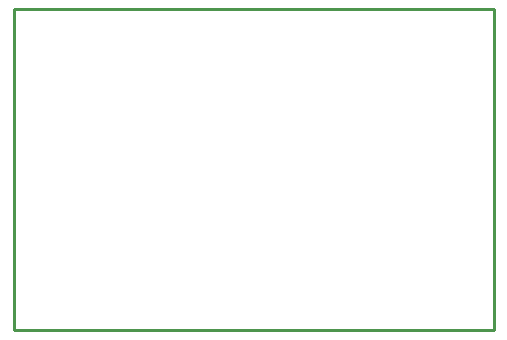
<source format=gko>
G04 Layer: BoardOutline*
G04 EasyEDA v6.3.39, 2020-04-28T14:26:17+02:00*
G04 c4984e7e24fd4f91a375e58d1da6a638,5f3c4bb061ab4bd6901f6ca22b42259b,10*
G04 Gerber Generator version 0.2*
G04 Scale: 100 percent, Rotated: No, Reflected: No *
G04 Dimensions in inches *
G04 leading zeros omitted , absolute positions ,2 integer and 4 decimal *
%FSLAX24Y24*%
%MOIN*%
G90*
G70D02*

%ADD10C,0.010000*%
G54D10*
G01X0Y10700D02*
G01X16000Y10700D01*
G01X16000Y0D01*
G01X0Y0D01*
G01X0Y10700D01*

%LPD*%
M00*
M02*

</source>
